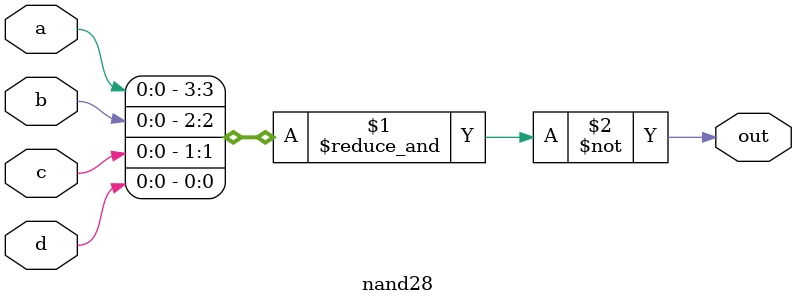
<source format=v>
module nand28 (
  input a,
  input b,
  input c,
  input d,
  output out
);

  assign out = ~(&{a,b,c,d});

endmodule

</source>
